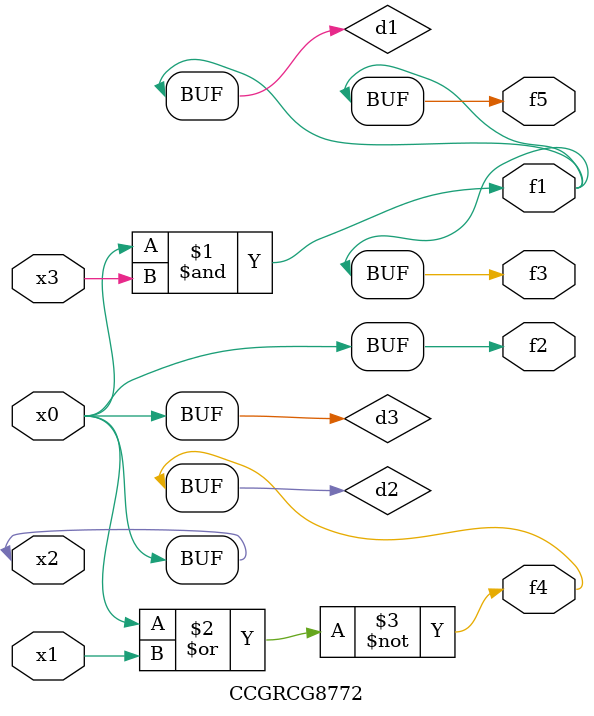
<source format=v>
module CCGRCG8772(
	input x0, x1, x2, x3,
	output f1, f2, f3, f4, f5
);

	wire d1, d2, d3;

	and (d1, x2, x3);
	nor (d2, x0, x1);
	buf (d3, x0, x2);
	assign f1 = d1;
	assign f2 = d3;
	assign f3 = d1;
	assign f4 = d2;
	assign f5 = d1;
endmodule

</source>
